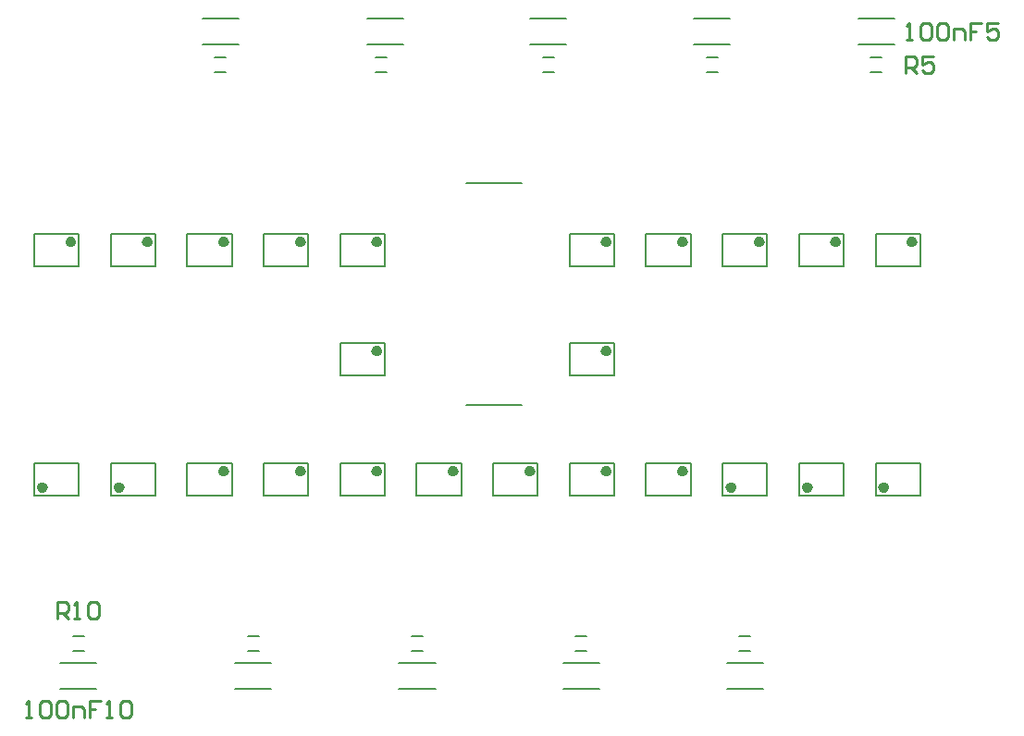
<source format=gto>
G04*
G04 #@! TF.GenerationSoftware,Altium Limited,Altium Designer,21.1.1 (26)*
G04*
G04 Layer_Color=65535*
%FSLAX25Y25*%
%MOIN*%
G70*
G04*
G04 #@! TF.SameCoordinates,5D9DAD53-06A7-4B73-8655-5B298560343D*
G04*
G04*
G04 #@! TF.FilePolarity,Positive*
G04*
G01*
G75*
%ADD10C,0.01968*%
%ADD11C,0.00787*%
%ADD12C,0.01000*%
D10*
X486396Y302148D02*
X485904Y303001D01*
X484919D01*
X484427Y302148D01*
X484919Y301296D01*
X485904D01*
X486396Y302148D01*
X458837D02*
X458345Y303001D01*
X457360D01*
X456868Y302148D01*
X457360Y301296D01*
X458345D01*
X458837Y302148D01*
X431278D02*
X430785Y303001D01*
X429801D01*
X429309Y302148D01*
X429801Y301296D01*
X430785D01*
X431278Y302148D01*
X403719D02*
X403226Y303001D01*
X402242D01*
X401750Y302148D01*
X402242Y301296D01*
X403226D01*
X403719Y302148D01*
X376160D02*
X375667Y303001D01*
X374683D01*
X374191Y302148D01*
X374683Y301296D01*
X375667D01*
X376160Y302148D01*
X293482D02*
X292990Y303001D01*
X292006D01*
X291514Y302148D01*
X292006Y301296D01*
X292990D01*
X293482Y302148D01*
X265923D02*
X265431Y303001D01*
X264447D01*
X263955Y302148D01*
X264447Y301296D01*
X265431D01*
X265923Y302148D01*
X238364D02*
X237872Y303001D01*
X236888D01*
X236396Y302148D01*
X236888Y301296D01*
X237872D01*
X238364Y302148D01*
X210805D02*
X210313Y303001D01*
X209329D01*
X208837Y302148D01*
X209329Y301296D01*
X210313D01*
X210805Y302148D01*
X183246D02*
X182754Y303001D01*
X181770D01*
X181278Y302148D01*
X181770Y301296D01*
X182754D01*
X183246Y302148D01*
X376160Y262778D02*
X375667Y263631D01*
X374683D01*
X374191Y262778D01*
X374683Y261926D01*
X375667D01*
X376160Y262778D01*
X293482D02*
X292990Y263631D01*
X292006D01*
X291514Y262778D01*
X292006Y261926D01*
X292990D01*
X293482Y262778D01*
X476203Y213600D02*
X475711Y214452D01*
X474726D01*
X474234Y213600D01*
X474726Y212747D01*
X475711D01*
X476203Y213600D01*
X448644D02*
X448152Y214452D01*
X447167D01*
X446675Y213600D01*
X447167Y212747D01*
X448152D01*
X448644Y213600D01*
X421085D02*
X420592Y214452D01*
X419608D01*
X419116Y213600D01*
X419608Y212747D01*
X420592D01*
X421085Y213600D01*
X200612D02*
X200120Y214452D01*
X199136D01*
X198644Y213600D01*
X199136Y212747D01*
X200120D01*
X200612Y213600D01*
X173053D02*
X172561Y214452D01*
X171577D01*
X171085Y213600D01*
X171577Y212747D01*
X172561D01*
X173053Y213600D01*
X376160Y219471D02*
X375667Y220323D01*
X374683D01*
X374191Y219471D01*
X374683Y218619D01*
X375667D01*
X376160Y219471D01*
X348600D02*
X348108Y220323D01*
X347124D01*
X346632Y219471D01*
X347124Y218619D01*
X348108D01*
X348600Y219471D01*
X238364D02*
X237872Y220323D01*
X236888D01*
X236396Y219471D01*
X236888Y218619D01*
X237872D01*
X238364Y219471D01*
X265923D02*
X265431Y220323D01*
X264447D01*
X263955Y219471D01*
X264447Y218619D01*
X265431D01*
X265923Y219471D01*
X293482D02*
X292990Y220323D01*
X292006D01*
X291514Y219471D01*
X292006Y218619D01*
X292990D01*
X293482Y219471D01*
X403719D02*
X403226Y220323D01*
X402242D01*
X401750Y219471D01*
X402242Y218619D01*
X403226D01*
X403719Y219471D01*
X321041D02*
X320549Y220323D01*
X319565D01*
X319073Y219471D01*
X319565Y218619D01*
X320549D01*
X321041Y219471D01*
D11*
X183071Y154823D02*
X187008D01*
X183071Y160138D02*
X187008D01*
X178531Y150308D02*
X191548D01*
X178531Y141031D02*
X191548D01*
X418689Y150308D02*
X431705D01*
X418689Y141031D02*
X431705D01*
X423228Y154823D02*
X427165D01*
X423228Y160138D02*
X427165D01*
X470472Y363484D02*
X474409D01*
X470472Y368799D02*
X474409D01*
X465933Y382591D02*
X478949D01*
X465933Y373315D02*
X478949D01*
X229712Y382591D02*
X242729D01*
X229712Y373315D02*
X242729D01*
X234252Y363484D02*
X238189D01*
X234252Y368799D02*
X238189D01*
X359633Y141031D02*
X372650D01*
X359633Y150308D02*
X372650D01*
X364173Y160138D02*
X368110D01*
X364173Y154823D02*
X368110D01*
X300578Y141031D02*
X313595D01*
X300578Y150308D02*
X313595D01*
X305118Y160138D02*
X309055D01*
X305118Y154823D02*
X309055D01*
X241523Y141031D02*
X254540D01*
X241523Y150308D02*
X254540D01*
X246063Y160138D02*
X250000D01*
X246063Y154823D02*
X250000D01*
X411417Y368799D02*
X415354D01*
X411417Y363484D02*
X415354D01*
X406878Y373315D02*
X419894D01*
X406878Y382591D02*
X419894D01*
X352362Y368799D02*
X356299D01*
X352362Y363484D02*
X356299D01*
X347822Y373315D02*
X360839D01*
X347822Y382591D02*
X360839D01*
X292028Y368799D02*
X295965D01*
X292028Y363484D02*
X295965D01*
X289158Y373315D02*
X302174D01*
X289158Y382591D02*
X302174D01*
X185215Y293307D02*
Y305118D01*
X169116Y293307D02*
X185215D01*
X169116D02*
Y305118D01*
X185215D01*
X417148D02*
X433246D01*
X417148Y293307D02*
Y305118D01*
Y293307D02*
X433246D01*
Y305118D01*
X444707D02*
X460805D01*
X444707Y293307D02*
Y305118D01*
Y293307D02*
X460805D01*
Y305118D01*
X472266D02*
X488364D01*
X472266Y293307D02*
Y305118D01*
Y293307D02*
X488364D01*
Y305118D01*
X389589Y222441D02*
X405687D01*
X389589Y210630D02*
Y222441D01*
Y210630D02*
X405687D01*
Y222441D01*
X306911D02*
X323010D01*
X306911Y210630D02*
Y222441D01*
Y210630D02*
X323010D01*
Y222441D01*
X362030Y265748D02*
X378128D01*
X362030Y253937D02*
Y265748D01*
Y253937D02*
X378128D01*
Y265748D01*
X362030Y305118D02*
X378128D01*
X362030Y293307D02*
Y305118D01*
Y293307D02*
X378128D01*
Y305118D01*
X389589D02*
X405687D01*
X389589Y293307D02*
Y305118D01*
Y293307D02*
X405687D01*
Y305118D01*
X472266Y210630D02*
X488364D01*
Y222441D01*
X472266D02*
X488364D01*
X472266Y210630D02*
Y222441D01*
X444707Y210630D02*
X460805D01*
Y222441D01*
X444707D02*
X460805D01*
X444707Y210630D02*
Y222441D01*
X417148Y210630D02*
X433246D01*
Y222441D01*
X417148D02*
X433246D01*
X417148Y210630D02*
Y222441D01*
X196675Y210630D02*
X212774D01*
Y222441D01*
X196675D02*
X212774D01*
X196675Y210630D02*
Y222441D01*
X169116Y210630D02*
X185215D01*
Y222441D01*
X169116D02*
X185215D01*
X169116Y210630D02*
Y222441D01*
X251793Y305118D02*
X267892D01*
X251793Y293307D02*
Y305118D01*
Y293307D02*
X267892D01*
Y305118D01*
X362030Y222441D02*
X378128D01*
X362030Y210630D02*
Y222441D01*
Y210630D02*
X378128D01*
Y222441D01*
X334471D02*
X350569D01*
X334471Y210630D02*
Y222441D01*
Y210630D02*
X350569D01*
Y222441D01*
X324646Y323465D02*
X344646D01*
X324646Y243465D02*
X344646D01*
X279352Y305118D02*
X295451D01*
X279352Y293307D02*
Y305118D01*
Y293307D02*
X295451D01*
Y305118D01*
X279352Y265748D02*
X295451D01*
X279352Y253937D02*
Y265748D01*
Y253937D02*
X295451D01*
Y265748D01*
X224234Y222441D02*
X240333D01*
X224234Y210630D02*
Y222441D01*
Y210630D02*
X240333D01*
Y222441D01*
X251793D02*
X267892D01*
X251793Y210630D02*
Y222441D01*
Y210630D02*
X267892D01*
Y222441D01*
X279352D02*
X295451D01*
X279352Y210630D02*
Y222441D01*
Y210630D02*
X295451D01*
Y222441D01*
X240333Y293307D02*
Y305118D01*
X224234Y293307D02*
X240333D01*
X224234D02*
Y305118D01*
X240333D01*
X212774Y293307D02*
Y305118D01*
X196675Y293307D02*
X212774D01*
X196675D02*
Y305118D01*
X212774D01*
D12*
X166045Y130859D02*
X168045D01*
X167045D01*
Y136857D01*
X166045Y135858D01*
X171044D02*
X172044Y136857D01*
X174043D01*
X175043Y135858D01*
Y131859D01*
X174043Y130859D01*
X172044D01*
X171044Y131859D01*
Y135858D01*
X177042D02*
X178042Y136857D01*
X180041D01*
X181041Y135858D01*
Y131859D01*
X180041Y130859D01*
X178042D01*
X177042Y131859D01*
Y135858D01*
X183040Y130859D02*
Y134858D01*
X186039D01*
X187039Y133858D01*
Y130859D01*
X193037Y136857D02*
X189038D01*
Y133858D01*
X191037D01*
X189038D01*
Y130859D01*
X195036D02*
X197036D01*
X196036D01*
Y136857D01*
X195036Y135858D01*
X200034D02*
X201034Y136857D01*
X203033D01*
X204033Y135858D01*
Y131859D01*
X203033Y130859D01*
X201034D01*
X200034Y131859D01*
Y135858D01*
X483505Y374954D02*
X485505D01*
X484505D01*
Y380952D01*
X483505Y379952D01*
X488504D02*
X489503Y380952D01*
X491503D01*
X492502Y379952D01*
Y375953D01*
X491503Y374954D01*
X489503D01*
X488504Y375953D01*
Y379952D01*
X494502D02*
X495502Y380952D01*
X497501D01*
X498500Y379952D01*
Y375953D01*
X497501Y374954D01*
X495502D01*
X494502Y375953D01*
Y379952D01*
X500500Y374954D02*
Y378952D01*
X503499D01*
X504498Y377953D01*
Y374954D01*
X510497Y380952D02*
X506498D01*
Y377953D01*
X508497D01*
X506498D01*
Y374954D01*
X516495Y380952D02*
X512496D01*
Y377953D01*
X514495Y378952D01*
X515495D01*
X516495Y377953D01*
Y375953D01*
X515495Y374954D01*
X513496D01*
X512496Y375953D01*
X177542Y166292D02*
Y172290D01*
X180541D01*
X181541Y171291D01*
Y169291D01*
X180541Y168292D01*
X177542D01*
X179541D02*
X181541Y166292D01*
X183540D02*
X185539D01*
X184539D01*
Y172290D01*
X183540Y171291D01*
X188538D02*
X189538Y172290D01*
X191537D01*
X192537Y171291D01*
Y167292D01*
X191537Y166292D01*
X189538D01*
X188538Y167292D01*
Y171291D01*
X483191Y363143D02*
Y369141D01*
X486190D01*
X487189Y368141D01*
Y366142D01*
X486190Y365142D01*
X483191D01*
X485190D02*
X487189Y363143D01*
X493187Y369141D02*
X489189D01*
Y366142D01*
X491188Y367141D01*
X492188D01*
X493187Y366142D01*
Y364142D01*
X492188Y363143D01*
X490188D01*
X489189Y364142D01*
M02*

</source>
